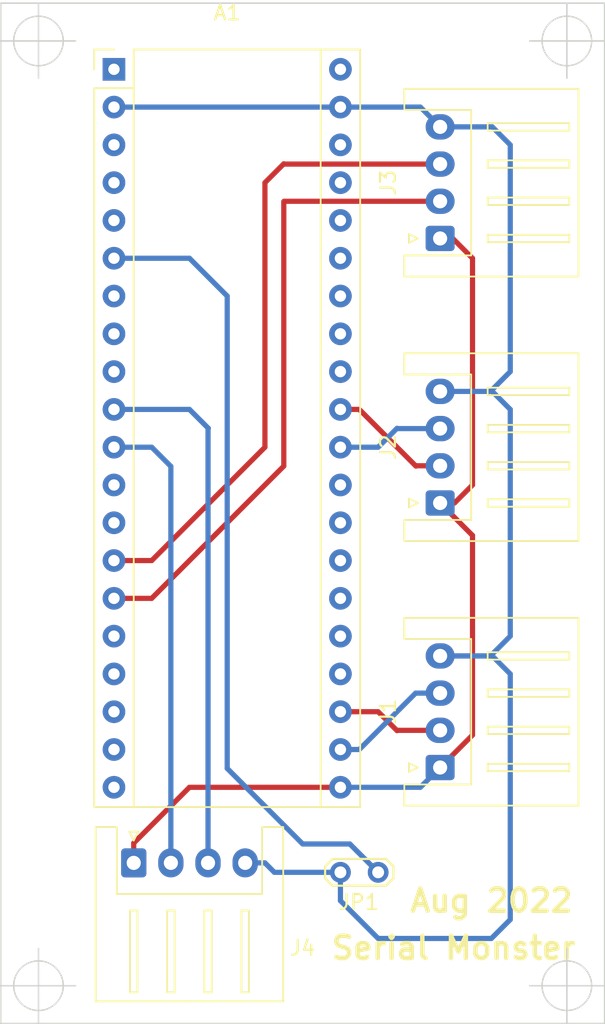
<source format=kicad_pcb>
(kicad_pcb (version 20211014) (generator pcbnew)
  (title_block (title "Serial Monster USB CDC to 3 USART ports") (rev "0.1") (comment 3 "creativecommons.org/licenses/by/4.0/") (comment 4 "Author : Lieven Merckx"))
  (layers (0 "F.Cu" signal) (31 "B.Cu" signal) (34 "B.Paste" user) (35 "F.Paste" user) (36 "B.SilkS" user "B.Silkscreen") (37 "F.SilkS" user "F.Silkscreen") (38 "B.Mask" user) (39 "F.Mask" user) (44 "Edge.Cuts" user))
  (net 0 "")
  (net 2 "GND")
  (net 6 "Net-(A1-Pad6)")
  (net 12 "Net-(A1-Pad14)")
  (net 13 "Net-(A1-Pad15)")
  (net 19 "+5V")
  (net 20 "Net-(A1-Pad22)")
  (net 21 "Net-(A1-Pad23)")
  (net 28 "Net-(A1-Pad30)")
  (net 29 "Net-(A1-Pad31)")
  (net 38 "Net-(A1-Pad10)")
  (net 39 "Net-(A1-Pad11)")
  (footprint "TestPoint:TestPoint_2Pads_Pitch2.54mm_Drill0.8mm" (layer "F.Cu") (at 109.22 151.13 180)
    (fp_text reference "JP1" (at 1.3 -2) (layer "F.SilkS"))
    (fp_text value "Config")
    (fp_line (start -1.03 0.4) (end -1.03 -0.4) (layer "F.SilkS") (width 0.15))
    (fp_line (start -0.53 0.9) (end -1.03 0.4) (layer "F.SilkS") (width 0.15))
    (fp_line (start -1.03 -0.4) (end -0.53 -0.9) (layer "F.SilkS") (width 0.15))
    (fp_line (start 3.07 -0.9) (end 3.57 -0.4) (layer "F.SilkS") (width 0.15))
    (fp_line (start 3.07 0.9) (end -0.53 0.9) (layer "F.SilkS") (width 0.15))
    (fp_line (start 3.57 -0.4) (end 3.57 0.4) (layer "F.SilkS") (width 0.15))
    (fp_line (start 3.57 0.4) (end 3.07 0.9) (layer "F.SilkS") (width 0.15))
    (fp_line (start -0.53 -0.9) (end 3.07 -0.9) (layer "F.SilkS") (width 0.15))
    (pad "1" thru_hole circle (at 0 0 180) (size 1.4 1.4) (drill 0.8) (layers *.Cu *.Mask) (net 6 "Net-(A1-Pad6)"))
    (pad "2" thru_hole circle (at 2.54 0 180) (size 1.4 1.4) (drill 0.8) (layers *.Cu *.Mask) (net 2 "GND"))
  )
  (footprint "Module:Maple_Mini" (layer "F.Cu") (at 91.44 97.155)
    (fp_text reference "A1" (at 7.62 -3.81) (layer "F.SilkS"))
    (fp_text value "Maple_Mini")
    (fp_line (start 1.33 -1.33) (end 1.33 49.59) (layer "F.SilkS") (width 0.12))
    (fp_line (start -1.33 -1.33) (end -1.33 0) (layer "F.SilkS") (width 0.12))
    (fp_line (start -1.33 49.59) (end -1.33 1.27) (layer "F.SilkS") (width 0.12))
    (fp_line (start 1.33 -1.33) (end 16.57 -1.33) (layer "F.SilkS") (width 0.12))
    (fp_line (start -1.33 1.27) (end 1.33 1.27) (layer "F.SilkS") (width 0.12))
    (fp_line (start 16.57 49.59) (end -1.33 49.59) (layer "F.SilkS") (width 0.12))
    (fp_line (start 13.91 49.59) (end 13.91 -1.33) (layer "F.SilkS") (width 0.12))
    (fp_line (start 0 -1.33) (end -1.33 -1.33) (layer "F.SilkS") (width 0.12))
    (fp_line (start 16.57 -1.33) (end 16.57 49.59) (layer "F.SilkS") (width 0.12))
    (pad "1" thru_hole rect (at 0 0) (size 1.524 1.524) (drill 0.762) (layers *.Cu *.Mask))
    (pad "2" thru_hole circle (at 0 2.54) (size 1.524 1.524) (drill 0.762) (layers *.Cu *.Mask) (net 2 "GND"))
    (pad "3" thru_hole circle (at 0 5.08) (size 1.524 1.524) (drill 0.762) (layers *.Cu *.Mask))
    (pad "4" thru_hole circle (at 0 7.62) (size 1.524 1.524) (drill 0.762) (layers *.Cu *.Mask))
    (pad "5" thru_hole circle (at 0 10.16) (size 1.524 1.524) (drill 0.762) (layers *.Cu *.Mask))
    (pad "6" thru_hole circle (at 0 12.7) (size 1.524 1.524) (drill 0.762) (layers *.Cu *.Mask) (net 6 "Net-(A1-Pad6)"))
    (pad "7" thru_hole circle (at 0 15.24) (size 1.524 1.524) (drill 0.762) (layers *.Cu *.Mask))
    (pad "8" thru_hole circle (at 0 17.78) (size 1.524 1.524) (drill 0.762) (layers *.Cu *.Mask))
    (pad "9" thru_hole circle (at 0 20.32) (size 1.524 1.524) (drill 0.762) (layers *.Cu *.Mask))
    (pad "10" thru_hole circle (at 0 22.86) (size 1.524 1.524) (drill 0.762) (layers *.Cu *.Mask) (net 38 "Net-(A1-Pad10)"))
    (pad "11" thru_hole circle (at 0 25.4) (size 1.524 1.524) (drill 0.762) (layers *.Cu *.Mask) (net 39 "Net-(A1-Pad11)"))
    (pad "12" thru_hole circle (at 0 27.94) (size 1.524 1.524) (drill 0.762) (layers *.Cu *.Mask))
    (pad "13" thru_hole circle (at 0 30.48) (size 1.524 1.524) (drill 0.762) (layers *.Cu *.Mask))
    (pad "14" thru_hole circle (at 0 33.02) (size 1.524 1.524) (drill 0.762) (layers *.Cu *.Mask) (net 12 "Net-(A1-Pad14)"))
    (pad "15" thru_hole circle (at 0 35.56) (size 1.524 1.524) (drill 0.762) (layers *.Cu *.Mask) (net 13 "Net-(A1-Pad15)"))
    (pad "16" thru_hole circle (at 0 38.1) (size 1.524 1.524) (drill 0.762) (layers *.Cu *.Mask))
    (pad "17" thru_hole circle (at 0 40.64) (size 1.524 1.524) (drill 0.762) (layers *.Cu *.Mask))
    (pad "18" thru_hole circle (at 0 43.18) (size 1.524 1.524) (drill 0.762) (layers *.Cu *.Mask))
    (pad "19" thru_hole circle (at 0 45.72) (size 1.524 1.524) (drill 0.762) (layers *.Cu *.Mask))
    (pad "20" thru_hole circle (at 0 48.26) (size 1.524 1.524) (drill 0.762) (layers *.Cu *.Mask))
    (pad "21" thru_hole circle (at 15.24 48.26) (size 1.524 1.524) (drill 0.762) (layers *.Cu *.Mask) (net 19 "+5V"))
    (pad "22" thru_hole circle (at 15.24 45.72) (size 1.524 1.524) (drill 0.762) (layers *.Cu *.Mask) (net 20 "Net-(A1-Pad22)"))
    (pad "23" thru_hole circle (at 15.24 43.18) (size 1.524 1.524) (drill 0.762) (layers *.Cu *.Mask) (net 21 "Net-(A1-Pad23)"))
    (pad "24" thru_hole circle (at 15.24 40.64) (size 1.524 1.524) (drill 0.762) (layers *.Cu *.Mask))
    (pad "25" thru_hole circle (at 15.24 38.1) (size 1.524 1.524) (drill 0.762) (layers *.Cu *.Mask))
    (pad "26" thru_hole circle (at 15.24 35.56) (size 1.524 1.524) (drill 0.762) (layers *.Cu *.Mask))
    (pad "27" thru_hole circle (at 15.24 33.02) (size 1.524 1.524) (drill 0.762) (layers *.Cu *.Mask))
    (pad "28" thru_hole circle (at 15.24 30.48) (size 1.524 1.524) (drill 0.762) (layers *.Cu *.Mask))
    (pad "29" thru_hole circle (at 15.24 27.94) (size 1.524 1.524) (drill 0.762) (layers *.Cu *.Mask))
    (pad "30" thru_hole circle (at 15.24 25.4) (size 1.524 1.524) (drill 0.762) (layers *.Cu *.Mask) (net 28 "Net-(A1-Pad30)"))
    (pad "31" thru_hole circle (at 15.24 22.86) (size 1.524 1.524) (drill 0.762) (layers *.Cu *.Mask) (net 29 "Net-(A1-Pad31)"))
    (pad "32" thru_hole circle (at 15.24 20.32) (size 1.524 1.524) (drill 0.762) (layers *.Cu *.Mask))
    (pad "33" thru_hole circle (at 15.24 17.78) (size 1.524 1.524) (drill 0.762) (layers *.Cu *.Mask))
    (pad "34" thru_hole circle (at 15.24 15.24) (size 1.524 1.524) (drill 0.762) (layers *.Cu *.Mask))
    (pad "35" thru_hole circle (at 15.24 12.7) (size 1.524 1.524) (drill 0.762) (layers *.Cu *.Mask))
    (pad "36" thru_hole circle (at 15.24 10.16) (size 1.524 1.524) (drill 0.762) (layers *.Cu *.Mask))
    (pad "37" thru_hole circle (at 15.24 7.62) (size 1.524 1.524) (drill 0.762) (layers *.Cu *.Mask))
    (pad "38" thru_hole circle (at 15.24 5.08) (size 1.524 1.524) (drill 0.762) (layers *.Cu *.Mask))
    (pad "39" thru_hole circle (at 15.24 2.54) (size 1.524 1.524) (drill 0.762) (layers *.Cu *.Mask) (net 2 "GND"))
    (pad "40" thru_hole circle (at 15.24 0) (size 1.524 1.524) (drill 0.762) (layers *.Cu *.Mask))
  )
  (footprint "Connector_JST:JST_XH_S4B-XH-A_1x04_P2.50mm_Horizontal" (layer "F.Cu") (at 113.39 126.305 90)
    (fp_text reference "J2" (at 3.75 -3.5 90) (layer "F.SilkS"))
    (fp_text value "UART2")
    (fp_line (start 7.25 3.2) (end 7.25 8.7) (layer "F.SilkS") (width 0.12))
    (fp_line (start -1.14 2.09) (end 3.75 2.09) (layer "F.SilkS") (width 0.12))
    (fp_line (start 3.75 9.31) (end -2.56 9.31) (layer "F.SilkS") (width 0.12))
    (fp_line (start 4.75 3.2) (end 4.75 8.7) (layer "F.SilkS") (width 0.12))
    (fp_line (start 5.25 8.7) (end 5.25 3.2) (layer "F.SilkS") (width 0.12))
    (fp_line (start 0.3 -2.1) (end 0 -1.5) (layer "F.SilkS") (width 0.12))
    (fp_line (start 8.64 2.09) (end 3.75 2.09) (layer "F.SilkS") (width 0.12))
    (fp_line (start -0.25 3.2) (end -0.25 8.7) (layer "F.SilkS") (width 0.12))
    (fp_line (start 2.75 3.2) (end 2.25 3.2) (layer "F.SilkS") (width 0.12))
    (fp_line (start 7.75 8.7) (end 7.75 3.2) (layer "F.SilkS") (width 0.12))
    (fp_line (start 0.25 8.7) (end 0.25 3.2) (layer "F.SilkS") (width 0.12))
    (fp_line (start 0.25 3.2) (end -0.25 3.2) (layer "F.SilkS") (width 0.12))
    (fp_line (start 0 -1.5) (end -0.3 -2.1) (layer "F.SilkS") (width 0.12))
    (fp_line (start -2.56 -2.41) (end -1.14 -2.41) (layer "F.SilkS") (width 0.12))
    (fp_line (start 7.25 8.7) (end 7.75 8.7) (layer "F.SilkS") (width 0.12))
    (fp_line (start 2.25 3.2) (end 2.25 8.7) (layer "F.SilkS") (width 0.12))
    (fp_line (start -0.3 -2.1) (end 0.3 -2.1) (layer "F.SilkS") (width 0.12))
    (fp_line (start -0.25 8.7) (end 0.25 8.7) (layer "F.SilkS") (width 0.12))
    (fp_line (start 2.75 8.7) (end 2.75 3.2) (layer "F.SilkS") (width 0.12))
    (fp_line (start 7.75 3.2) (end 7.25 3.2) (layer "F.SilkS") (width 0.12))
    (fp_line (start 10.06 9.31) (end 10.06 -2.41) (layer "F.SilkS") (width 0.12))
    (fp_line (start 3.75 9.31) (end 10.06 9.31) (layer "F.SilkS") (width 0.12))
    (fp_line (start 10.06 -2.41) (end 8.64 -2.41) (layer "F.SilkS") (width 0.12))
    (fp_line (start 8.64 -2.41) (end 8.64 2.09) (layer "F.SilkS") (width 0.12))
    (fp_line (start -1.14 -2.41) (end -1.14 2.09) (layer "F.SilkS") (width 0.12))
    (fp_line (start 5.25 3.2) (end 4.75 3.2) (layer "F.SilkS") (width 0.12))
    (fp_line (start 4.75 8.7) (end 5.25 8.7) (layer "F.SilkS") (width 0.12))
    (fp_line (start 2.25 8.7) (end 2.75 8.7) (layer "F.SilkS") (width 0.12))
    (fp_line (start -2.56 9.31) (end -2.56 -2.41) (layer "F.SilkS") (width 0.12))
    (pad "1" thru_hole roundrect (at 0 0 90) (size 1.7 1.95) (drill 0.95) (layers *.Cu *.Mask) (roundrect_rratio 0.1470588235) (net 19 "+5V"))
    (pad "2" thru_hole oval (at 2.5 0 90) (size 1.7 1.95) (drill 0.95) (layers *.Cu *.Mask) (net 29 "Net-(A1-Pad31)"))
    (pad "3" thru_hole oval (at 5 0 90) (size 1.7 1.95) (drill 0.95) (layers *.Cu *.Mask) (net 28 "Net-(A1-Pad30)"))
    (pad "4" thru_hole oval (at 7.5 0 90) (size 1.7 1.95) (drill 0.95) (layers *.Cu *.Mask) (net 2 "GND"))
  )
  (footprint "Connector_JST:JST_XH_S4B-XH-A_1x04_P2.50mm_Horizontal" (layer "F.Cu") (at 113.39 108.525 90)
    (fp_text reference "J3" (at 3.75 -3.5 90) (layer "F.SilkS"))
    (fp_text value "UART1")
    (fp_line (start 7.25 3.2) (end 7.25 8.7) (layer "F.SilkS") (width 0.12))
    (fp_line (start 7.75 8.7) (end 7.75 3.2) (layer "F.SilkS") (width 0.12))
    (fp_line (start -2.56 -2.41) (end -1.14 -2.41) (layer "F.SilkS") (width 0.12))
    (fp_line (start 7.25 8.7) (end 7.75 8.7) (layer "F.SilkS") (width 0.12))
    (fp_line (start 2.25 3.2) (end 2.25 8.7) (layer "F.SilkS") (width 0.12))
    (fp_line (start -0.25 8.7) (end 0.25 8.7) (layer "F.SilkS") (width 0.12))
    (fp_line (start 0.25 3.2) (end -0.25 3.2) (layer "F.SilkS") (width 0.12))
    (fp_line (start 2.75 3.2) (end 2.25 3.2) (layer "F.SilkS") (width 0.12))
    (fp_line (start -2.56 9.31) (end -2.56 -2.41) (layer "F.SilkS") (width 0.12))
    (fp_line (start 2.75 8.7) (end 2.75 3.2) (layer "F.SilkS") (width 0.12))
    (fp_line (start 8.64 -2.41) (end 8.64 2.09) (layer "F.SilkS") (width 0.12))
    (fp_line (start 5.25 3.2) (end 4.75 3.2) (layer "F.SilkS") (width 0.12))
    (fp_line (start 10.06 9.31) (end 10.06 -2.41) (layer "F.SilkS") (width 0.12))
    (fp_line (start 3.75 9.31) (end 10.06 9.31) (layer "F.SilkS") (width 0.12))
    (fp_line (start 10.06 -2.41) (end 8.64 -2.41) (layer "F.SilkS") (width 0.12))
    (fp_line (start -1.14 2.09) (end 3.75 2.09) (layer "F.SilkS") (width 0.12))
    (fp_line (start 0.25 8.7) (end 0.25 3.2) (layer "F.SilkS") (width 0.12))
    (fp_line (start 2.25 8.7) (end 2.75 8.7) (layer "F.SilkS") (width 0.12))
    (fp_line (start 3.75 9.31) (end -2.56 9.31) (layer "F.SilkS") (width 0.12))
    (fp_line (start -0.3 -2.1) (end 0.3 -2.1) (layer "F.SilkS") (width 0.12))
    (fp_line (start 5.25 8.7) (end 5.25 3.2) (layer "F.SilkS") (width 0.12))
    (fp_line (start 4.75 3.2) (end 4.75 8.7) (layer "F.SilkS") (width 0.12))
    (fp_line (start 7.75 3.2) (end 7.25 3.2) (layer "F.SilkS") (width 0.12))
    (fp_line (start 0.3 -2.1) (end 0 -1.5) (layer "F.SilkS") (width 0.12))
    (fp_line (start -0.25 3.2) (end -0.25 8.7) (layer "F.SilkS") (width 0.12))
    (fp_line (start 0 -1.5) (end -0.3 -2.1) (layer "F.SilkS") (width 0.12))
    (fp_line (start 4.75 8.7) (end 5.25 8.7) (layer "F.SilkS") (width 0.12))
    (fp_line (start -1.14 -2.41) (end -1.14 2.09) (layer "F.SilkS") (width 0.12))
    (fp_line (start 8.64 2.09) (end 3.75 2.09) (layer "F.SilkS") (width 0.12))
    (pad "1" thru_hole roundrect (at 0 0 90) (size 1.7 1.95) (drill 0.95) (layers *.Cu *.Mask) (roundrect_rratio 0.1470588235) (net 19 "+5V"))
    (pad "2" thru_hole oval (at 2.5 0 90) (size 1.7 1.95) (drill 0.95) (layers *.Cu *.Mask) (net 13 "Net-(A1-Pad15)"))
    (pad "3" thru_hole oval (at 5 0 90) (size 1.7 1.95) (drill 0.95) (layers *.Cu *.Mask) (net 12 "Net-(A1-Pad14)"))
    (pad "4" thru_hole oval (at 7.5 0 90) (size 1.7 1.95) (drill 0.95) (layers *.Cu *.Mask) (net 2 "GND"))
  )
  (footprint "Connector_JST:JST_XH_S4B-XH-A_1x04_P2.50mm_Horizontal" (layer "F.Cu") (at 113.39 144.085 90)
    (fp_text reference "J1" (at 3.75 -3.5 90) (layer "F.SilkS"))
    (fp_text value "UART3")
    (fp_line (start 0.25 8.7) (end 0.25 3.2) (layer "F.SilkS") (width 0.12))
    (fp_line (start 2.25 8.7) (end 2.75 8.7) (layer "F.SilkS") (width 0.12))
    (fp_line (start -0.25 8.7) (end 0.25 8.7) (layer "F.SilkS") (width 0.12))
    (fp_line (start 2.25 3.2) (end 2.25 8.7) (layer "F.SilkS") (width 0.12))
    (fp_line (start 0.25 3.2) (end -0.25 3.2) (layer "F.SilkS") (width 0.12))
    (fp_line (start -2.56 9.31) (end -2.56 -2.41) (layer "F.SilkS") (width 0.12))
    (fp_line (start -0.3 -2.1) (end 0.3 -2.1) (layer "F.SilkS") (width 0.12))
    (fp_line (start 8.64 -2.41) (end 8.64 2.09) (layer "F.SilkS") (width 0.12))
    (fp_line (start 2.75 3.2) (end 2.25 3.2) (layer "F.SilkS") (width 0.12))
    (fp_line (start 4.75 8.7) (end 5.25 8.7) (layer "F.SilkS") (width 0.12))
    (fp_line (start 0.3 -2.1) (end 0 -1.5) (layer "F.SilkS") (width 0.12))
    (fp_line (start 5.25 8.7) (end 5.25 3.2) (layer "F.SilkS") (width 0.12))
    (fp_line (start -0.25 3.2) (end -0.25 8.7) (layer "F.SilkS") (width 0.12))
    (fp_line (start -2.56 -2.41) (end -1.14 -2.41) (layer "F.SilkS") (width 0.12))
    (fp_line (start 7.25 8.7) (end 7.75 8.7) (layer "F.SilkS") (width 0.12))
    (fp_line (start 10.06 -2.41) (end 8.64 -2.41) (layer "F.SilkS") (width 0.12))
    (fp_line (start 7.75 8.7) (end 7.75 3.2) (layer "F.SilkS") (width 0.12))
    (fp_line (start 10.06 9.31) (end 10.06 -2.41) (layer "F.SilkS") (width 0.12))
    (fp_line (start 8.64 2.09) (end 3.75 2.09) (layer "F.SilkS") (width 0.12))
    (fp_line (start 2.75 8.7) (end 2.75 3.2) (layer "F.SilkS") (width 0.12))
    (fp_line (start 3.75 9.31) (end -2.56 9.31) (layer "F.SilkS") (width 0.12))
    (fp_line (start 4.75 3.2) (end 4.75 8.7) (layer "F.SilkS") (width 0.12))
    (fp_line (start 0 -1.5) (end -0.3 -2.1) (layer "F.SilkS") (width 0.12))
    (fp_line (start 3.75 9.31) (end 10.06 9.31) (layer "F.SilkS") (width 0.12))
    (fp_line (start 5.25 3.2) (end 4.75 3.2) (layer "F.SilkS") (width 0.12))
    (fp_line (start -1.14 -2.41) (end -1.14 2.09) (layer "F.SilkS") (width 0.12))
    (fp_line (start 7.75 3.2) (end 7.25 3.2) (layer "F.SilkS") (width 0.12))
    (fp_line (start 7.25 3.2) (end 7.25 8.7) (layer "F.SilkS") (width 0.12))
    (fp_line (start -1.14 2.09) (end 3.75 2.09) (layer "F.SilkS") (width 0.12))
    (pad "1" thru_hole roundrect (at 0 0 90) (size 1.7 1.95) (drill 0.95) (layers *.Cu *.Mask) (roundrect_rratio 0.1470588235) (net 19 "+5V"))
    (pad "2" thru_hole oval (at 2.5 0 90) (size 1.7 1.95) (drill 0.95) (layers *.Cu *.Mask) (net 21 "Net-(A1-Pad23)"))
    (pad "3" thru_hole oval (at 5 0 90) (size 1.7 1.95) (drill 0.95) (layers *.Cu *.Mask) (net 20 "Net-(A1-Pad22)"))
    (pad "4" thru_hole oval (at 7.5 0 90) (size 1.7 1.95) (drill 0.95) (layers *.Cu *.Mask) (net 2 "GND"))
  )
  (footprint "Connector_JST:JST_XH_S4B-XH-A_1x04_P2.50mm_Horizontal" (layer "F.Cu") (at 92.77 150.495)
    (fp_text reference "J4" (at 11.37 5.715) (layer "F.SilkS"))
    (fp_text value "SWD")
    (fp_line (start 7.75 3.2) (end 7.25 3.2) (layer "F.SilkS") (width 0.12))
    (fp_line (start 7.25 8.7) (end 7.75 8.7) (layer "F.SilkS") (width 0.12))
    (fp_line (start 4.75 8.7) (end 5.25 8.7) (layer "F.SilkS") (width 0.12))
    (fp_line (start -1.14 2.09) (end 3.75 2.09) (layer "F.SilkS") (width 0.12))
    (fp_line (start 2.25 3.2) (end 2.25 8.7) (layer "F.SilkS") (width 0.12))
    (fp_line (start 8.64 -2.41) (end 8.64 2.09) (layer "F.SilkS") (width 0.12))
    (fp_line (start 2.25 8.7) (end 2.75 8.7) (layer "F.SilkS") (width 0.12))
    (fp_line (start 3.75 9.31) (end -2.56 9.31) (layer "F.SilkS") (width 0.12))
    (fp_line (start 2.75 3.2) (end 2.25 3.2) (layer "F.SilkS") (width 0.12))
    (fp_line (start -0.25 3.2) (end -0.25 8.7) (layer "F.SilkS") (width 0.12))
    (fp_line (start 5.25 3.2) (end 4.75 3.2) (layer "F.SilkS") (width 0.12))
    (fp_line (start 0 -1.5) (end -0.3 -2.1) (layer "F.SilkS") (width 0.12))
    (fp_line (start 2.75 8.7) (end 2.75 3.2) (layer "F.SilkS") (width 0.12))
    (fp_line (start 7.75 8.7) (end 7.75 3.2) (layer "F.SilkS") (width 0.12))
    (fp_line (start 10.06 -2.41) (end 8.64 -2.41) (layer "F.SilkS") (width 0.12))
    (fp_line (start -1.14 -2.41) (end -1.14 2.09) (layer "F.SilkS") (width 0.12))
    (fp_line (start 5.25 8.7) (end 5.25 3.2) (layer "F.SilkS") (width 0.12))
    (fp_line (start -0.25 8.7) (end 0.25 8.7) (layer "F.SilkS") (width 0.12))
    (fp_line (start 7.25 3.2) (end 7.25 8.7) (layer "F.SilkS") (width 0.12))
    (fp_line (start 0.25 8.7) (end 0.25 3.2) (layer "F.SilkS") (width 0.12))
    (fp_line (start -2.56 9.31) (end -2.56 -2.41) (layer "F.SilkS") (width 0.12))
    (fp_line (start 4.75 3.2) (end 4.75 8.7) (layer "F.SilkS") (width 0.12))
    (fp_line (start 0.25 3.2) (end -0.25 3.2) (layer "F.SilkS") (width 0.12))
    (fp_line (start -0.3 -2.1) (end 0.3 -2.1) (layer "F.SilkS") (width 0.12))
    (fp_line (start 8.64 2.09) (end 3.75 2.09) (layer "F.SilkS") (width 0.12))
    (fp_line (start -2.56 -2.41) (end -1.14 -2.41) (layer "F.SilkS") (width 0.12))
    (fp_line (start 3.75 9.31) (end 10.06 9.31) (layer "F.SilkS") (width 0.12))
    (fp_line (start 0.3 -2.1) (end 0 -1.5) (layer "F.SilkS") (width 0.12))
    (fp_line (start 10.06 9.31) (end 10.06 -2.41) (layer "F.SilkS") (width 0.12))
    (pad "1" thru_hole roundrect (at 0 0) (size 1.7 1.95) (drill 0.95) (layers *.Cu *.Mask) (roundrect_rratio 0.1470588235) (net 19 "+5V"))
    (pad "2" thru_hole oval (at 2.5 0) (size 1.7 1.95) (drill 0.95) (layers *.Cu *.Mask) (net 39 "Net-(A1-Pad11)"))
    (pad "3" thru_hole oval (at 5 0) (size 1.7 1.95) (drill 0.95) (layers *.Cu *.Mask) (net 38 "Net-(A1-Pad10)"))
    (pad "4" thru_hole oval (at 7.5 0) (size 1.7 1.95) (drill 0.95) (layers *.Cu *.Mask) (net 2 "GND"))
  )
  (gr_line (start 124.46 92.71) (end 124.46 161.29) (layer "Edge.Cuts") (width 0.1))
  (gr_line (start 124.46 161.29) (end 83.82 161.29) (layer "Edge.Cuts") (width 0.1))
  (gr_line (start 83.82 92.71) (end 124.46 92.71) (layer "Edge.Cuts") (width 0.1))
  (gr_line (start 83.82 161.29) (end 83.82 92.71) (layer "Edge.Cuts") (width 0.1))
  (gr_text "Serial Monster" (at 114.3 156.21) (layer "F.SilkS") (effects (font (size 1.5 1.5) (thickness 0.3))))
  (gr_text "Aug 2022" (at 116.84 153.035) (layer "F.SilkS") (effects (font (size 1.5 1.5) (thickness 0.3))))
  (target plus (at 121.92 158.75) (size 5) (width 0.1) (layer "Edge.Cuts"))
  (target plus (at 121.92 95.25) (size 5) (width 0.1) (layer "Edge.Cuts"))
  (target plus (at 86.36 158.75) (size 5) (width 0.1) (layer "Edge.Cuts"))
  (target plus (at 86.36 95.25) (size 5) (width 0.1) (layer "Edge.Cuts"))
  (segment (start 106.68 151.13) (end 102.235 151.13) (width 0.35) (layer "B.Cu") (net 2))
  (segment (start 116.84 155.575) (end 109.22 155.575) (width 0.35) (layer "B.Cu") (net 2))
  (segment (start 116.9 101.025) (end 118.11 102.235) (width 0.35) (layer "B.Cu") (net 2))
  (segment (start 118.11 154.305) (end 116.84 155.575) (width 0.35) (layer "B.Cu") (net 2))
  (segment (start 101.6 150.495) (end 100.27 150.495) (width 0.35) (layer "B.Cu") (net 2))
  (segment (start 113.39 136.585) (end 116.9 136.585) (width 0.35) (layer "B.Cu") (net 2))
  (segment (start 106.68 99.695) (end 112.06 99.695) (width 0.35) (layer "B.Cu") (net 2))
  (segment (start 102.235 151.13) (end 101.6 150.495) (width 0.35) (layer "B.Cu") (net 2))
  (segment (start 106.68 153.035) (end 106.68 151.13) (width 0.35) (layer "B.Cu") (net 2))
  (segment (start 118.11 135.255) (end 116.78 136.585) (width 0.35) (layer "B.Cu") (net 2))
  (segment (start 113.39 101.025) (end 116.9 101.025) (width 0.35) (layer "B.Cu") (net 2))
  (segment (start 118.11 102.235) (end 118.11 117.475) (width 0.35) (layer "B.Cu") (net 2))
  (segment (start 116.9 136.585) (end 118.11 137.795) (width 0.35) (layer "B.Cu") (net 2))
  (segment (start 112.06 99.695) (end 113.39 101.025) (width 0.35) (layer "B.Cu") (net 2))
  (segment (start 118.11 137.795) (end 118.11 154.305) (width 0.35) (layer "B.Cu") (net 2))
  (segment (start 109.22 155.575) (end 106.68 153.035) (width 0.35) (layer "B.Cu") (net 2))
  (segment (start 116.9 118.805) (end 118.11 120.015) (width 0.35) (layer "B.Cu") (net 2))
  (segment (start 113.39 118.805) (end 116.9 118.805) (width 0.35) (layer "B.Cu") (net 2))
  (segment (start 118.11 117.475) (end 116.78 118.805) (width 0.35) (layer "B.Cu") (net 2))
  (segment (start 116.78 136.585) (end 113.39 136.585) (width 0.35) (layer "B.Cu") (net 2))
  (segment (start 118.11 120.015) (end 118.11 135.255) (width 0.35) (layer "B.Cu") (net 2))
  (segment (start 91.44 99.695) (end 106.68 99.695) (width 0.35) (layer "B.Cu") (net 2))
  (segment (start 99.06 144.145) (end 104.14 149.225) (width 0.35) (layer "B.Cu") (net 6))
  (segment (start 91.44 109.855) (end 96.52 109.855) (width 0.35) (layer "B.Cu") (net 6))
  (segment (start 99.06 112.395) (end 99.06 144.145) (width 0.35) (layer "B.Cu") (net 6))
  (segment (start 107.315 149.225) (end 109.22 151.13) (width 0.35) (layer "B.Cu") (net 6))
  (segment (start 104.14 149.225) (end 107.315 149.225) (width 0.35) (layer "B.Cu") (net 6))
  (segment (start 96.52 109.855) (end 99.06 112.395) (width 0.35) (layer "B.Cu") (net 6))
  (segment (start 102.87 103.505) (end 102.89 103.525) (width 0.35) (layer "F.Cu") (net 12))
  (segment (start 101.6 122.555) (end 101.6 104.775) (width 0.35) (layer "F.Cu") (net 12))
  (segment (start 102.89 103.525) (end 113.39 103.525) (width 0.35) (layer "F.Cu") (net 12))
  (segment (start 91.44 130.175) (end 93.98 130.175) (width 0.35) (layer "F.Cu") (net 12))
  (segment (start 93.98 130.175) (end 101.6 122.555) (width 0.35) (layer "F.Cu") (net 12))
  (segment (start 101.6 104.775) (end 102.87 103.505) (width 0.35) (layer "F.Cu") (net 12))
  (segment (start 91.44 132.715) (end 93.98 132.715) (width 0.35) (layer "F.Cu") (net 13))
  (segment (start 102.89 106.025) (end 113.39 106.025) (width 0.35) (layer "F.Cu") (net 13))
  (segment (start 102.87 106.045) (end 102.89 106.025) (width 0.35) (layer "F.Cu") (net 13))
  (segment (start 93.98 132.715) (end 102.87 123.825) (width 0.35) (layer "F.Cu") (net 13))
  (segment (start 102.87 123.825) (end 102.87 106.045) (width 0.35) (layer "F.Cu") (net 13))
  (segment (start 113.39 126.305) (end 115.57 128.485) (width 0.35) (layer "F.Cu") (net 19))
  (segment (start 92.77 149.165) (end 96.52 145.415) (width 0.35) (layer "F.Cu") (net 19))
  (segment (start 114.24 108.525) (end 115.57 109.855) (width 0.35) (layer "F.Cu") (net 19))
  (segment (start 92.77 150.495) (end 92.77 149.165) (width 0.35) (layer "F.Cu") (net 19))
  (segment (start 115.57 109.855) (end 115.57 125.095) (width 0.35) (layer "F.Cu") (net 19))
  (segment (start 114.36 126.305) (end 113.39 126.305) (width 0.35) (layer "F.Cu") (net 19))
  (segment (start 115.57 128.485) (end 115.57 141.905) (width 0.35) (layer "F.Cu") (net 19))
  (segment (start 115.57 141.905) (end 113.39 144.085) (width 0.35) (layer "F.Cu") (net 19))
  (segment (start 115.57 125.095) (end 114.36 126.305) (width 0.35) (layer "F.Cu") (net 19))
  (segment (start 113.39 108.525) (end 114.24 108.525) (width 0.35) (layer "F.Cu") (net 19))
  (segment (start 96.52 145.415) (end 106.68 145.415) (width 0.35) (layer "F.Cu") (net 19))
  (segment (start 112.06 145.415) (end 113.39 144.085) (width 0.35) (layer "B.Cu") (net 19))
  (segment (start 106.68 145.415) (end 112.06 145.415) (width 0.35) (layer "B.Cu") (net 19))
  (segment (start 106.68 142.875) (end 107.95 142.875) (width 0.35) (layer "B.Cu") (net 20))
  (segment (start 107.95 142.875) (end 111.74 139.085) (width 0.35) (layer "B.Cu") (net 20))
  (segment (start 111.74 139.085) (end 113.39 139.085) (width 0.35) (layer "B.Cu") (net 20))
  (segment (start 110.51 141.585) (end 113.39 141.585) (width 0.35) (layer "F.Cu") (net 21))
  (segment (start 106.68 140.335) (end 109.22 140.335) (width 0.35) (layer "F.Cu") (net 21))
  (segment (start 109.22 140.335) (end 110.49 141.605) (width 0.35) (layer "F.Cu") (net 21))
  (segment (start 110.49 141.605) (end 110.51 141.585) (width 0.35) (layer "F.Cu") (net 21))
  (segment (start 110.49 121.285) (end 110.51 121.305) (width 0.35) (layer "B.Cu") (net 28))
  (segment (start 109.22 122.555) (end 110.49 121.285) (width 0.35) (layer "B.Cu") (net 28))
  (segment (start 106.68 122.555) (end 109.22 122.555) (width 0.35) (layer "B.Cu") (net 28))
  (segment (start 110.51 121.305) (end 113.39 121.305) (width 0.35) (layer "B.Cu") (net 28))
  (segment (start 111.78 123.805) (end 113.39 123.805) (width 0.35) (layer "F.Cu") (net 29))
  (segment (start 111.76 123.825) (end 111.78 123.805) (width 0.35) (layer "F.Cu") (net 29))
  (segment (start 107.95 120.015) (end 111.76 123.825) (width 0.35) (layer "F.Cu") (net 29))
  (segment (start 106.68 120.015) (end 107.95 120.015) (width 0.35) (layer "F.Cu") (net 29))
  (segment (start 97.77 121.305) (end 97.77 150.495) (width 0.35) (layer "B.Cu") (net 38))
  (segment (start 96.52 120.015) (end 97.79 121.285) (width 0.35) (layer "B.Cu") (net 38))
  (segment (start 97.79 121.285) (end 97.77 121.305) (width 0.35) (layer "B.Cu") (net 38))
  (segment (start 91.44 120.015) (end 96.52 120.015) (width 0.35) (layer "B.Cu") (net 38))
  (segment (start 95.27 123.845) (end 95.27 150.495) (width 0.35) (layer "B.Cu") (net 39))
  (segment (start 91.44 122.555) (end 93.98 122.555) (width 0.35) (layer "B.Cu") (net 39))
  (segment (start 93.98 122.555) (end 95.27 123.845) (width 0.35) (layer "B.Cu") (net 39))
)
</source>
